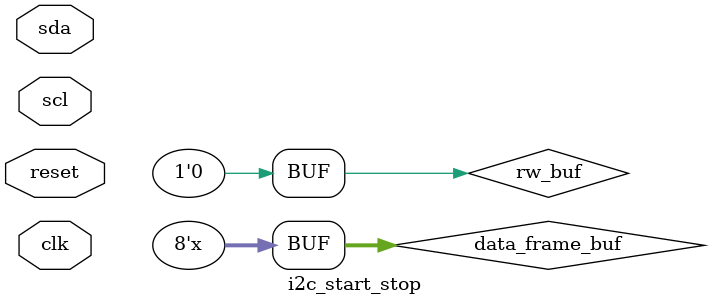
<source format=v>
module i2c_start_stop(
  input wire sda,
  input wire scl,
  input wire clk,
  input wire reset
);
  
  reg [7:0] data_frame_buf = 0;
  reg rw_buf = 0;
  reg [2:0] data_frame_count = 3'b000;
  localparam [1:0]  // fsm states
   fsm_wait = 2'b00,
   fsm_start1 = 2'b01,
   fsm_start = 2'b10,
   fsm_read = 2'b11;

   reg [1:0] i2c_state, i2c_state_next;

  always @(posedge clk, posedge reset) begin
    if (reset == 1) begin
      i2c_state = fsm_wait;
      i2c_state_next = fsm_wait;
      data_frame_count = 0;
    end
    else begin
      i2c_state = i2c_state_next;
    end
  end

  always @(i2c_state, scl, sda) begin
    case(i2c_state) 
      fsm_wait: 
        if ((!sda) && (scl)) begin
          i2c_state_next = fsm_start1;
        end
      fsm_start1:
        // sda pulled low and scl high
        if ((!sda) && (!scl)) begin
          i2c_state_next = fsm_start;
        end
      fsm_start: begin
        // scl pulled low after sda
        i2c_state_next = fsm_read;
        data_frame_count = 0;
      end
      fsm_read: begin
        // read address and r/w bit
        if (scl) begin
          if (data_frame_count < 3'b111) begin
          data_frame_buf[data_frame_count] = sda;
          data_frame_count = data_frame_count + 3'b1;
        //end else if ((scl) && (data_frame_count == 8)) begin
        //  rw_buf = sda;
        //  data_frame_count = data_frame_count + 1;
        //  i2c_state_next = i2c_state;
          end
        end
        i2c_state_next = i2c_state;
      end
      default:
        i2c_state_next = i2c_state;
    endcase

  end

endmodule

</source>
